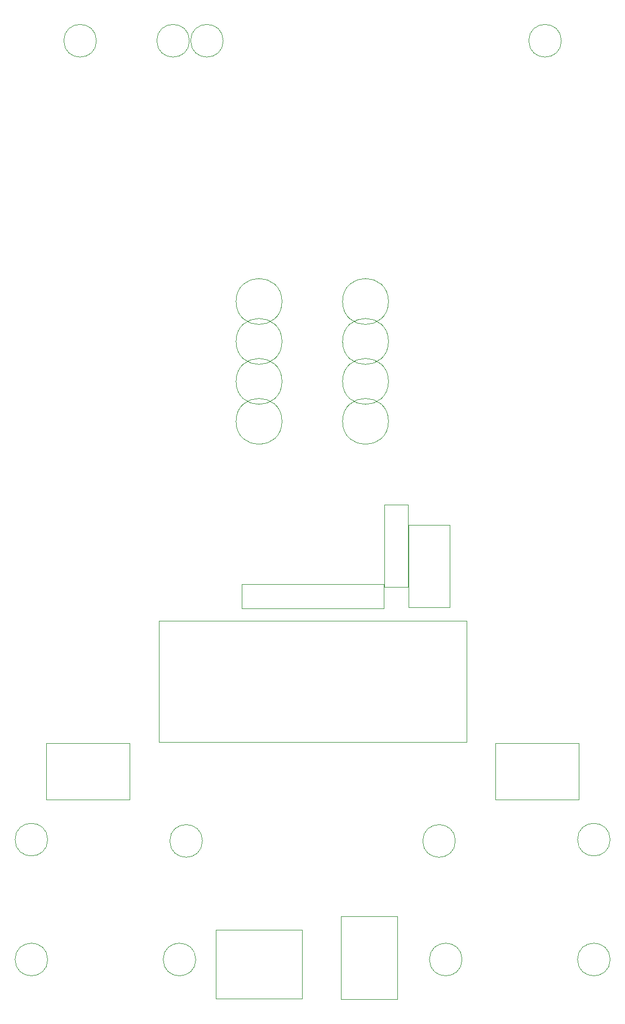
<source format=gbr>
%TF.GenerationSoftware,KiCad,Pcbnew,8.0.6*%
%TF.CreationDate,2025-02-20T18:25:40+08:00*%
%TF.ProjectId,uyLy_LFChassis,75794c79-5f4c-4464-9368-61737369732e,rev?*%
%TF.SameCoordinates,Original*%
%TF.FileFunction,Other,User*%
%FSLAX46Y46*%
G04 Gerber Fmt 4.6, Leading zero omitted, Abs format (unit mm)*
G04 Created by KiCad (PCBNEW 8.0.6) date 2025-02-20 18:25:41*
%MOMM*%
%LPD*%
G01*
G04 APERTURE LIST*
%ADD10C,0.050000*%
G04 APERTURE END LIST*
D10*
%TO.C,REF\u002A\u002A*%
X308100000Y-183400000D02*
G75*
G02*
X301200000Y-183400000I-3450000J0D01*
G01*
X301200000Y-183400000D02*
G75*
G02*
X308100000Y-183400000I3450000J0D01*
G01*
%TO.C,J2*%
X324200000Y-243750000D02*
X324200000Y-252150000D01*
X324200000Y-252150000D02*
X336700000Y-252150000D01*
X336700000Y-243750000D02*
X324200000Y-243750000D01*
X336700000Y-252150000D02*
X336700000Y-243750000D01*
%TO.C,J4*%
X301000000Y-269700000D02*
X301000000Y-282200000D01*
X301000000Y-282200000D02*
X309400000Y-282200000D01*
X309400000Y-269700000D02*
X301000000Y-269700000D01*
X309400000Y-282200000D02*
X309400000Y-269700000D01*
%TO.C,REF\u002A\u002A*%
X319150000Y-276200000D02*
G75*
G02*
X314250000Y-276200000I-2450000J0D01*
G01*
X314250000Y-276200000D02*
G75*
G02*
X319150000Y-276200000I2450000J0D01*
G01*
X279150000Y-276200000D02*
G75*
G02*
X274250000Y-276200000I-2450000J0D01*
G01*
X274250000Y-276200000D02*
G75*
G02*
X279150000Y-276200000I2450000J0D01*
G01*
%TO.C,J6*%
X307475000Y-207900000D02*
X307475000Y-220250000D01*
X307475000Y-220250000D02*
X311075000Y-220250000D01*
X311075000Y-207900000D02*
X307475000Y-207900000D01*
X311075000Y-220250000D02*
X311075000Y-207900000D01*
%TO.C,SW1*%
X282130000Y-271750000D02*
X282130000Y-282050000D01*
X282130000Y-282050000D02*
X295130000Y-282050000D01*
X295130000Y-271750000D02*
X282130000Y-271750000D01*
X295130000Y-282050000D02*
X295130000Y-271750000D01*
%TO.C,REF\u002A\u002A*%
X308100000Y-195400000D02*
G75*
G02*
X301200000Y-195400000I-3450000J0D01*
G01*
X301200000Y-195400000D02*
G75*
G02*
X308100000Y-195400000I3450000J0D01*
G01*
X292100000Y-183400000D02*
G75*
G02*
X285200000Y-183400000I-3450000J0D01*
G01*
X285200000Y-183400000D02*
G75*
G02*
X292100000Y-183400000I3450000J0D01*
G01*
X264225000Y-138250000D02*
G75*
G02*
X259325000Y-138250000I-2450000J0D01*
G01*
X259325000Y-138250000D02*
G75*
G02*
X264225000Y-138250000I2450000J0D01*
G01*
X278195000Y-138250000D02*
G75*
G02*
X273295000Y-138250000I-2450000J0D01*
G01*
X273295000Y-138250000D02*
G75*
G02*
X278195000Y-138250000I2450000J0D01*
G01*
X283275000Y-138250000D02*
G75*
G02*
X278375000Y-138250000I-2450000J0D01*
G01*
X278375000Y-138250000D02*
G75*
G02*
X283275000Y-138250000I2450000J0D01*
G01*
X334075000Y-138250000D02*
G75*
G02*
X329175000Y-138250000I-2450000J0D01*
G01*
X329175000Y-138250000D02*
G75*
G02*
X334075000Y-138250000I2450000J0D01*
G01*
X292100000Y-195400000D02*
G75*
G02*
X285200000Y-195400000I-3450000J0D01*
G01*
X285200000Y-195400000D02*
G75*
G02*
X292100000Y-195400000I3450000J0D01*
G01*
%TO.C,J5*%
X311125000Y-210975000D02*
X311125000Y-223325000D01*
X311125000Y-223325000D02*
X317275000Y-223325000D01*
X317275000Y-210975000D02*
X311125000Y-210975000D01*
X317275000Y-223325000D02*
X317275000Y-210975000D01*
%TO.C,REF\u002A\u002A*%
X256900000Y-258200000D02*
G75*
G02*
X252000000Y-258200000I-2450000J0D01*
G01*
X252000000Y-258200000D02*
G75*
G02*
X256900000Y-258200000I2450000J0D01*
G01*
X256900000Y-276200000D02*
G75*
G02*
X252000000Y-276200000I-2450000J0D01*
G01*
X252000000Y-276200000D02*
G75*
G02*
X256900000Y-276200000I2450000J0D01*
G01*
X280150000Y-258400000D02*
G75*
G02*
X275250000Y-258400000I-2450000J0D01*
G01*
X275250000Y-258400000D02*
G75*
G02*
X280150000Y-258400000I2450000J0D01*
G01*
X292100000Y-177400000D02*
G75*
G02*
X285200000Y-177400000I-3450000J0D01*
G01*
X285200000Y-177400000D02*
G75*
G02*
X292100000Y-177400000I3450000J0D01*
G01*
X308100000Y-189400000D02*
G75*
G02*
X301200000Y-189400000I-3450000J0D01*
G01*
X301200000Y-189400000D02*
G75*
G02*
X308100000Y-189400000I3450000J0D01*
G01*
X308100000Y-177400000D02*
G75*
G02*
X301200000Y-177400000I-3450000J0D01*
G01*
X301200000Y-177400000D02*
G75*
G02*
X308100000Y-177400000I3450000J0D01*
G01*
%TO.C,A1*%
X273590000Y-243590000D02*
X273590000Y-225310000D01*
X273590000Y-243590000D02*
X319810000Y-243590000D01*
X319810000Y-225310000D02*
X273590000Y-225310000D01*
X319810000Y-225310000D02*
X319810000Y-243590000D01*
%TO.C,J3*%
X256700000Y-243750000D02*
X256700000Y-252150000D01*
X256700000Y-252150000D02*
X269200000Y-252150000D01*
X269200000Y-243750000D02*
X256700000Y-243750000D01*
X269200000Y-252150000D02*
X269200000Y-243750000D01*
%TO.C,J1*%
X286060000Y-219850000D02*
X286060000Y-223450000D01*
X286060000Y-223450000D02*
X307410000Y-223450000D01*
X307410000Y-219850000D02*
X286060000Y-219850000D01*
X307410000Y-223450000D02*
X307410000Y-219850000D01*
%TO.C,REF\u002A\u002A*%
X341400000Y-258200000D02*
G75*
G02*
X336500000Y-258200000I-2450000J0D01*
G01*
X336500000Y-258200000D02*
G75*
G02*
X341400000Y-258200000I2450000J0D01*
G01*
X341400000Y-276200000D02*
G75*
G02*
X336500000Y-276200000I-2450000J0D01*
G01*
X336500000Y-276200000D02*
G75*
G02*
X341400000Y-276200000I2450000J0D01*
G01*
X292100000Y-189400000D02*
G75*
G02*
X285200000Y-189400000I-3450000J0D01*
G01*
X285200000Y-189400000D02*
G75*
G02*
X292100000Y-189400000I3450000J0D01*
G01*
X318150000Y-258400000D02*
G75*
G02*
X313250000Y-258400000I-2450000J0D01*
G01*
X313250000Y-258400000D02*
G75*
G02*
X318150000Y-258400000I2450000J0D01*
G01*
%TD*%
M02*

</source>
